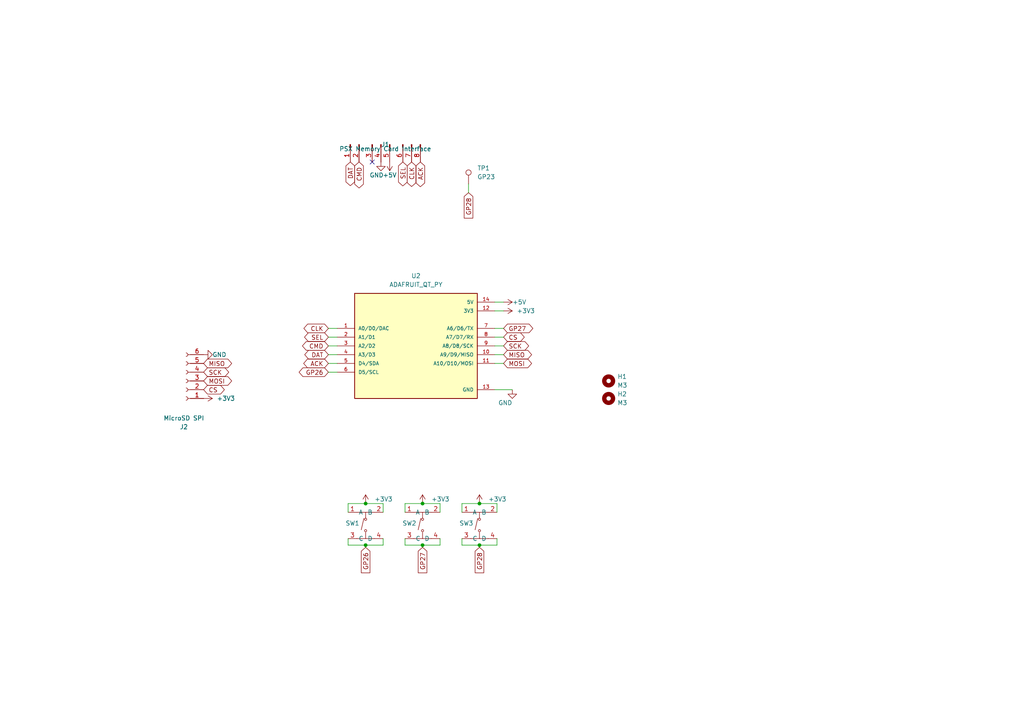
<source format=kicad_sch>
(kicad_sch (version 20230121) (generator eeschema)
  (paper "A4")
  (title_block (title "QT PY RP2040 PicoMemcard") (date "2023-08-27") (rev "1.0") (company "All Around Electronics, LLC."))
  (lib_symbols
    (symbol "ADAFRUIT_QT_PY:ADAFRUIT_QT_PY" (pin_names (offset 1.016))
      (property "Reference" "U" (at -17.78 16.002 0))
      (property "Value" "ADAFRUIT_QT_PY" (at -17.78 -17.78 0))
      (symbol "ADAFRUIT_QT_PY_0_0"
        (rectangle (start -17.78 15.24) (end 17.78 -15.24) (stroke (width 0.254)) (fill (type background)))
        (pin bidirectional line (at -22.86 5.08 0) (length 5.08) (name "A0/D0/DAC") (number "1"))
        (pin bidirectional line (at 22.86 -2.54 180) (length 5.08) (name "A9/D9/MISO") (number "10"))
        (pin bidirectional line (at 22.86 -5.08 180) (length 5.08) (name "A10/D10/MOSI") (number "11"))
        (pin power_in line (at 22.86 10.16 180) (length 5.08) (name "3V3") (number "12"))
        (pin power_in line (at 22.86 -12.7 180) (length 5.08) (name "GND") (number "13"))
        (pin power_in line (at 22.86 12.7 180) (length 5.08) (name "5V") (number "14"))
        (pin bidirectional line (at -22.86 2.54 0) (length 5.08) (name "A1/D1") (number "2"))
        (pin bidirectional line (at -22.86 0 0) (length 5.08) (name "A2/D2") (number "3"))
        (pin bidirectional line (at -22.86 -2.54 0) (length 5.08) (name "A3/D3") (number "4"))
        (pin bidirectional line (at -22.86 -5.08 0) (length 5.08) (name "D4/SDA") (number "5"))
        (pin bidirectional line (at -22.86 -7.62 0) (length 5.08) (name "D5/SCL") (number "6"))
        (pin bidirectional line (at 22.86 5.08 180) (length 5.08) (name "A6/D6/TX") (number "7"))
        (pin bidirectional line (at 22.86 2.54 180) (length 5.08) (name "A7/D7/RX") (number "8"))
        (pin bidirectional line (at 22.86 0 180) (length 5.08) (name "A8/D8/SCK") (number "9"))
      )
    )
    (symbol "Connector:Conn_01x06_Female" (pin_names (offset 1.016) hide)
      (property "Reference" "J" (at 0 7.62 0))
      (property "Value" "Conn_01x06_Female" (at 0 -10.16 0))
      (symbol "Conn_01x06_Female_1_1"
        (arc (start 0 -7.112) (mid -0.5058 -7.62) (end 0 -8.128) (stroke (width 0.1524)))
        (arc (start 0 -4.572) (mid -0.5058 -5.08) (end 0 -5.588) (stroke (width 0.1524)))
        (arc (start 0 -2.032) (mid -0.5058 -2.54) (end 0 -3.048) (stroke (width 0.1524)))
        (polyline (pts (xy -1.27 -7.62) (xy -0.508 -7.62)) (stroke (width 0.1524)))
        (polyline (pts (xy -1.27 -5.08) (xy -0.508 -5.08)) (stroke (width 0.1524)))
        (polyline (pts (xy -1.27 -2.54) (xy -0.508 -2.54)) (stroke (width 0.1524)))
        (polyline (pts (xy -1.27 0) (xy -0.508 0)) (stroke (width 0.1524)))
        (polyline (pts (xy -1.27 2.54) (xy -0.508 2.54)) (stroke (width 0.1524)))
        (polyline (pts (xy -1.27 5.08) (xy -0.508 5.08)) (stroke (width 0.1524)))
        (arc (start 0 0.508) (mid -0.5058 0) (end 0 -0.508) (stroke (width 0.1524)))
        (arc (start 0 3.048) (mid -0.5058 2.54) (end 0 2.032) (stroke (width 0.1524)))
        (arc (start 0 5.588) (mid -0.5058 5.08) (end 0 4.572) (stroke (width 0.1524)))
        (pin passive line (at -5.08 5.08 0) (length 3.81) (name "Pin_1") (number "1"))
        (pin passive line (at -5.08 2.54 0) (length 3.81) (name "Pin_2") (number "2"))
        (pin passive line (at -5.08 0 0) (length 3.81) (name "Pin_3") (number "3"))
        (pin passive line (at -5.08 -2.54 0) (length 3.81) (name "Pin_4") (number "4"))
        (pin passive line (at -5.08 -5.08 0) (length 3.81) (name "Pin_5") (number "5"))
        (pin passive line (at -5.08 -7.62 0) (length 3.81) (name "Pin_6") (number "6"))
      )
    )
    (symbol "Connector:Conn_01x08_Male" (pin_names (offset 1.016) hide)
      (property "Reference" "J1" (at 0 1.27 90))
      (property "Value" "PSX Memory Card Interface" (at 1.27 1.27 90))
      (symbol "Conn_01x08_Male_1_1"
        (polyline (pts (xy 1.27 -8.89) (xy 0.8636 -8.89)) (stroke (width 0.1524)))
        (polyline (pts (xy 1.27 -6.35) (xy 0.8636 -6.35)) (stroke (width 0.1524)))
        (polyline (pts (xy 1.27 -2.54) (xy 0.8636 -2.54)) (stroke (width 0.1524)))
        (polyline (pts (xy 1.27 0) (xy 0.8636 0)) (stroke (width 0.1524)))
        (polyline (pts (xy 1.27 2.54) (xy 0.8636 2.54)) (stroke (width 0.1524)))
        (polyline (pts (xy 1.27 6.35) (xy 0.8636 6.35)) (stroke (width 0.1524)))
        (polyline (pts (xy 1.27 8.89) (xy 0.8636 8.89)) (stroke (width 0.1524)))
        (polyline (pts (xy 1.27 11.43) (xy 0.8636 11.43)) (stroke (width 0.1524)))
        (rectangle (start 0.8636 -8.763) (end 0 -9.017) (stroke (width 0.1524)) (fill (type outline)))
        (rectangle (start 0.8636 -6.223) (end 0 -6.477) (stroke (width 0.1524)) (fill (type outline)))
        (rectangle (start 0.8636 -2.413) (end 0 -2.667) (stroke (width 0.1524)) (fill (type outline)))
        (rectangle (start 0.8636 0.127) (end 0 -0.127) (stroke (width 0.1524)) (fill (type outline)))
        (rectangle (start 0.8636 2.667) (end 0 2.413) (stroke (width 0.1524)) (fill (type outline)))
        (rectangle (start 0.8636 6.477) (end 0 6.223) (stroke (width 0.1524)) (fill (type outline)))
        (rectangle (start 0.8636 9.017) (end 0 8.763) (stroke (width 0.1524)) (fill (type outline)))
        (rectangle (start 0.8636 11.557) (end 0 11.303) (stroke (width 0.1524)) (fill (type outline)))
        (pin tri_state line (at 5.08 -8.89 180) (length 3.81) (name "DAT") (number "1"))
        (pin output line (at 5.08 -6.35 180) (length 3.81) (name "CMD") (number "2"))
        (pin power_out line (at 5.08 -2.54 180) (length 3.81) (name "7.5V") (number "3"))
        (pin passive line (at 5.08 0 180) (length 3.81) (name "GND") (number "4"))
        (pin power_out line (at 5.08 2.54 180) (length 3.81) (name "5V") (number "5"))
        (pin output line (at 5.08 6.35 180) (length 3.81) (name "SEL") (number "6"))
        (pin output line (at 5.08 8.89 180) (length 3.81) (name "CLK") (number "7"))
        (pin output line (at 5.08 11.43 180) (length 3.81) (name "ACK") (number "8"))
      )
    )
    (symbol "Connector:TestPoint" (pin_numbers hide) (pin_names (offset 0.762) hide)
      (property "Reference" "TP" (at 0 6.858 0))
      (property "Value" "TestPoint" (at 0 5.08 0))
      (symbol "TestPoint_0_1"
        (circle (center 0 3.302) (radius 0.762))
      )
      (symbol "TestPoint_1_1"
        (pin passive line (at 0 0 90) (length 2.54) (name "1") (number "1"))
      )
    )
    (symbol "Mechanical:MountingHole" (pin_names (offset 1.016))
      (property "Reference" "H" (at 0 5.08 0))
      (property "Value" "MountingHole" (at 0 3.175 0))
      (symbol "MountingHole_0_1"
        (circle (center 0 0) (radius 1.27) (stroke (width 1.27)))
      )
    )
    (symbol "easyeda2kicad:TS-1187A-B-A-B"
      (property "Reference" "SW?" (at 0 7.62 0))
      (property "Value" "TS-1187A-B-A-B" (at 0 -10.16 0))
      (symbol "TS-1187A-B-A-B_0_1"
        (circle (center 0 -2.79) (radius 0.32))
        (polyline (pts (xy -2.54 -5.08) (xy 2.54 -5.08)))
        (polyline (pts (xy -2.54 2.54) (xy 2.54 2.54)))
        (polyline (pts (xy -0.51 0.76) (xy -1.27 -2.54)))
        (polyline (pts (xy 0 -3.3) (xy 0 -5.08)))
        (polyline (pts (xy 0 0.76) (xy 0 2.54)))
        (circle (center 0 0.51) (radius 0.32))
        (pin passive line (at -5.08 2.54 0) (length 2.54) (name "A") (number "1"))
        (pin passive line (at 5.08 2.54 180) (length 2.54) (name "B") (number "2"))
        (pin passive line (at -5.08 -5.08 0) (length 2.54) (name "C") (number "3"))
        (pin passive line (at 5.08 -5.08 180) (length 2.54) (name "D") (number "4"))
      )
    )
    (symbol "power:+3.3V" (power) (pin_names (offset 0))
      (property "Value" "+3.3V" (at 0 3.556 0))
      (symbol "+3.3V_0_1"
        (polyline (pts (xy -0.762 1.27) (xy 0 2.54)))
        (polyline (pts (xy 0 0) (xy 0 2.54)))
        (polyline (pts (xy 0 2.54) (xy 0.762 1.27)))
      )
      (symbol "+3.3V_1_1"
        (pin power_in line (at 0 0 90) (length 0) hide (name "+3V3") (number "1"))
      )
    )
    (symbol "power:+5V" (power) (pin_names (offset 0))
      (property "Value" "+5V" (at 0 3.556 0))
      (symbol "+5V_0_1"
        (polyline (pts (xy -0.762 1.27) (xy 0 2.54)))
        (polyline (pts (xy 0 0) (xy 0 2.54)))
        (polyline (pts (xy 0 2.54) (xy 0.762 1.27)))
      )
      (symbol "+5V_1_1"
        (pin power_in line (at 0 0 90) (length 0) hide (name "+5V") (number "1"))
      )
    )
    (symbol "power:GND" (power) (pin_names (offset 0))
      (property "Value" "GND" (at 0 -3.81 0))
      (symbol "GND_0_1"
        (polyline (pts (xy 0 0) (xy 0 -1.27) (xy 1.27 -1.27) (xy 0 -2.54) (xy -1.27 -1.27) (xy 0 -1.27)))
      )
      (symbol "GND_1_1"
        (pin power_in line (at 0 0 270) (length 0) hide (name "GND") (number "1"))
      )
    )
  )
  (junction (at 106.045 146.05))
  (junction (at 139.065 146.05))
  (junction (at 122.555 158.115))
  (junction (at 122.555 146.05))
  (junction (at 139.065 158.115))
  (junction (at 106.045 158.115))
  (no_connect (at 107.95 46.99))
  (wire (pts (xy 143.51 90.17) (xy 146.05 90.17)))
  (wire (pts (xy 95.25 105.41) (xy 97.79 105.41)))
  (wire (pts (xy 144.145 158.115) (xy 144.145 156.21)))
  (wire (pts (xy 122.555 158.115) (xy 122.555 158.75)))
  (wire (pts (xy 95.25 95.25) (xy 97.79 95.25)))
  (wire (pts (xy 139.065 158.115) (xy 144.145 158.115)))
  (wire (pts (xy 117.475 146.05) (xy 122.555 146.05)))
  (wire (pts (xy 106.045 146.05) (xy 111.125 146.05)))
  (wire (pts (xy 143.51 95.25) (xy 146.05 95.25)))
  (wire (pts (xy 95.25 100.33) (xy 97.79 100.33)))
  (wire (pts (xy 106.045 158.115) (xy 106.045 158.75)))
  (wire (pts (xy 122.555 158.115) (xy 127.635 158.115)))
  (wire (pts (xy 144.145 146.05) (xy 144.145 148.59)))
  (wire (pts (xy 95.25 102.87) (xy 97.79 102.87)))
  (wire (pts (xy 143.51 97.79) (xy 146.05 97.79)))
  (wire (pts (xy 133.985 146.05) (xy 139.065 146.05)))
  (wire (pts (xy 122.555 146.05) (xy 127.635 146.05)))
  (wire (pts (xy 100.965 158.115) (xy 106.045 158.115)))
  (wire (pts (xy 95.25 97.79) (xy 97.79 97.79)))
  (wire (pts (xy 135.89 53.34) (xy 135.89 55.88)))
  (wire (pts (xy 111.125 158.115) (xy 111.125 156.21)))
  (wire (pts (xy 143.51 87.63) (xy 146.05 87.63)))
  (wire (pts (xy 117.475 148.59) (xy 117.475 146.05)))
  (wire (pts (xy 111.125 146.05) (xy 111.125 148.59)))
  (wire (pts (xy 143.51 100.33) (xy 146.05 100.33)))
  (wire (pts (xy 139.065 146.05) (xy 144.145 146.05)))
  (wire (pts (xy 127.635 146.05) (xy 127.635 148.59)))
  (wire (pts (xy 143.51 102.87) (xy 146.05 102.87)))
  (wire (pts (xy 95.25 107.95) (xy 97.79 107.95)))
  (wire (pts (xy 100.965 156.21) (xy 100.965 158.115)))
  (wire (pts (xy 106.045 158.115) (xy 111.125 158.115)))
  (wire (pts (xy 133.985 158.115) (xy 139.065 158.115)))
  (wire (pts (xy 127.635 158.115) (xy 127.635 156.21)))
  (wire (pts (xy 139.065 158.115) (xy 139.065 158.75)))
  (wire (pts (xy 143.51 113.03) (xy 148.59 113.03)))
  (wire (pts (xy 143.51 105.41) (xy 146.05 105.41)))
  (wire (pts (xy 100.965 148.59) (xy 100.965 146.05)))
  (wire (pts (xy 133.985 156.21) (xy 133.985 158.115)))
  (wire (pts (xy 100.965 146.05) (xy 106.045 146.05)))
  (wire (pts (xy 133.985 148.59) (xy 133.985 146.05)))
  (wire (pts (xy 117.475 158.115) (xy 122.555 158.115)))
  (wire (pts (xy 117.475 156.21) (xy 117.475 158.115)))
  (global_label "MISO" (shape bidirectional) (at 59.055 105.41 0) (property "Intersheetrefs" "${INTERSHEET_REFS}" (effects hide)))
  (global_label "DAT" (shape bidirectional) (at 95.25 102.87 180) (property "Intersheetrefs" "${INTERSHEET_REFS}" (effects hide)))
  (global_label "MISO" (shape bidirectional) (at 146.05 102.87 0) (property "Intersheetrefs" "${INTERSHEET_REFS}" (effects hide)))
  (global_label "CS" (shape bidirectional) (at 59.055 113.03 0) (property "Intersheetrefs" "${INTERSHEET_REFS}" (effects hide)))
  (global_label "GP26" (shape bidirectional) (at 95.25 107.95 180) (property "Intersheetrefs" "${INTERSHEET_REFS}" (effects hide)))
  (global_label "GP27" (shape input) (at 122.555 158.75 270) (property "Intersheetrefs" "${INTERSHEET_REFS}" (effects hide)))
  (global_label "CLK" (shape bidirectional) (at 119.38 46.99 270) (property "Intersheetrefs" "${INTERSHEET_REFS}" (effects hide)))
  (global_label "CMD" (shape bidirectional) (at 104.14 46.99 270) (property "Intersheetrefs" "${INTERSHEET_REFS}" (effects hide)))
  (global_label "ACK" (shape bidirectional) (at 121.92 46.99 270) (property "Intersheetrefs" "${INTERSHEET_REFS}" (effects hide)))
  (global_label "CMD" (shape bidirectional) (at 95.25 100.33 180) (property "Intersheetrefs" "${INTERSHEET_REFS}" (effects hide)))
  (global_label "SCK" (shape bidirectional) (at 59.055 107.95 0) (property "Intersheetrefs" "${INTERSHEET_REFS}" (effects hide)))
  (global_label "GP26" (shape input) (at 106.045 158.75 270) (property "Intersheetrefs" "${INTERSHEET_REFS}" (effects hide)))
  (global_label "GP28" (shape input) (at 135.89 55.88 270) (property "Intersheetrefs" "${INTERSHEET_REFS}" (effects hide)))
  (global_label "MOSI" (shape bidirectional) (at 59.055 110.49 0) (property "Intersheetrefs" "${INTERSHEET_REFS}" (effects hide)))
  (global_label "DAT" (shape bidirectional) (at 101.6 46.99 270) (property "Intersheetrefs" "${INTERSHEET_REFS}" (effects hide)))
  (global_label "ACK" (shape bidirectional) (at 95.25 105.41 180) (property "Intersheetrefs" "${INTERSHEET_REFS}" (effects hide)))
  (global_label "MOSI" (shape bidirectional) (at 146.05 105.41 0) (property "Intersheetrefs" "${INTERSHEET_REFS}" (effects hide)))
  (global_label "SEL" (shape bidirectional) (at 116.84 46.99 270) (property "Intersheetrefs" "${INTERSHEET_REFS}" (effects hide)))
  (global_label "GP27" (shape bidirectional) (at 146.05 95.25 0) (property "Intersheetrefs" "${INTERSHEET_REFS}" (effects hide)))
  (global_label "SEL" (shape bidirectional) (at 95.25 97.79 180) (property "Intersheetrefs" "${INTERSHEET_REFS}" (effects hide)))
  (global_label "GP28" (shape input) (at 139.065 158.75 270) (property "Intersheetrefs" "${INTERSHEET_REFS}" (effects hide)))
  (global_label "SCK" (shape bidirectional) (at 146.05 100.33 0) (property "Intersheetrefs" "${INTERSHEET_REFS}" (effects hide)))
  (global_label "CLK" (shape bidirectional) (at 95.25 95.25 180) (property "Intersheetrefs" "${INTERSHEET_REFS}" (effects hide)))
  (global_label "CS" (shape bidirectional) (at 146.05 97.79 0) (property "Intersheetrefs" "${INTERSHEET_REFS}" (effects hide)))
  (symbol (lib_id "easyeda2kicad:TS-1187A-B-A-B") (at 122.555 151.13 0) (unit 1)
    (property "Reference" "SW2" (at 118.745 151.765 0))
    (property "Value" "TS-1187A-B-A-B" (effects hide))
    (property "Footprint" "easyeda2kicad:SW-SMD_4P-L5.1-W5.1-P3.70-LS6.5-TL-2" (effects hide))
    (property "Datasheet" "https://lcsc.com/product-detail/Tactile-Switches_XKB-Enterprise-TS-1187-B-A-A_C318884.html" (effects hide))
    (property "Manufacturer" "XKB Enterprise" (effects hide))
    (property "LCSC Part" "C318884" (effects hide))
    (property "JLC Part" "Basic Part" (effects hide))
  )
  (symbol (lib_id "power:GND") (at 59.055 102.87 90) (unit 1)
    (property "Reference" "#PWR01" (effects hide))
    (property "Value" "GND" (at 61.595 102.87 90) (effects (justify right)))
  )
  (symbol (lib_id "Mechanical:MountingHole") (at 176.53 115.57 0) (unit 1)
    (property "Reference" "H2" (at 179.07 114.2999 0) (effects (justify left)))
    (property "Value" "M3" (at 179.07 116.8399 0) (effects (justify left)))
    (property "Footprint" "MountingHole:MountingHole_3.2mm_M3" (effects hide))
  )
  (symbol (lib_id "power:GND") (at 110.49 46.99 0) (unit 1)
    (property "Reference" "#PWR0102" (effects hide))
    (property "Value" "GND" (at 109.22 50.8 0))
  )
  (symbol (lib_id "power:+5V") (at 113.03 46.99 180) (unit 1)
    (property "Reference" "#PWR0104" (effects hide))
    (property "Value" "+5V" (at 113.03 50.8 0))
  )
  (symbol (lib_id "Connector:TestPoint") (at 135.89 53.34 0) (unit 1)
    (property "Reference" "TP1" (at 138.43 48.768 0) (effects (justify left)))
    (property "Value" "GP23" (at 138.43 51.308 0) (effects (justify left)))
    (property "Footprint" "TestPoint:TestPoint_Pad_D2.0mm" (effects hide))
  )
  (symbol (lib_id "ADAFRUIT_QT_PY:ADAFRUIT_QT_PY") (at 120.65 100.33 0) (unit 1)
    (property "Reference" "U2" (at 120.65 80.01 0))
    (property "Value" "ADAFRUIT_QT_PY" (at 120.65 82.55 0))
    (property "Footprint" "QTPY:MODULE_ADAFRUIT_QT_PY" (effects hide))
    (property "PARTREV" "2022-12-12" (effects hide))
    (property "SNAPEDA_PN" "Adafruit QT Py" (effects hide))
    (property "MANUFACTURER" "Adafruit Industries" (effects hide))
    (property "MAXIMUM_PACKAGE_HEIGHT" "6.28 mm" (effects hide))
    (property "STANDARD" "IPC-7351B" (effects hide))
  )
  (symbol (lib_id "Connector:Conn_01x06_Female") (at 53.975 110.49 180) (unit 1)
    (property "Reference" "J2" (at 53.34 123.825 0))
    (property "Value" "MicroSD SPI" (at 53.34 121.285 0))
    (property "Footprint" "254:MicroSD_SPI_small" (effects hide))
  )
  (symbol (lib_id "power:+5V") (at 146.05 87.63 270) (unit 1)
    (property "Reference" "#PWR0103" (effects hide))
    (property "Value" "+5V" (at 148.59 87.63 90) (effects (justify left)))
  )
  (symbol (lib_id "power:+3.3V") (at 122.555 146.05 0) (unit 1)
    (property "Reference" "#PWR03" (effects hide))
    (property "Value" "+3.3V" (at 125.095 144.7799 0) (effects (justify left)))
  )
  (symbol (lib_id "power:+3.3V") (at 59.055 115.57 270) (unit 1)
    (property "Reference" "#PWR0105" (effects hide))
    (property "Value" "+3.3V" (at 62.865 115.5699 90) (effects (justify left)))
  )
  (symbol (lib_id "Connector:Conn_01x08_Male") (at 110.49 41.91 270) (unit 1)
    (property "Reference" "J1" (at 111.76 41.91 90))
    (property "Value" "PSX Memory Card Interface" (at 111.76 43.18 90))
    (property "Footprint" "254:MemoryCardConnector" (effects hide))
  )
  (symbol (lib_id "power:+3.3V") (at 106.045 146.05 0) (unit 1)
    (property "Reference" "#PWR02" (effects hide))
    (property "Value" "+3.3V" (at 108.585 144.7799 0) (effects (justify left)))
  )
  (symbol (lib_id "easyeda2kicad:TS-1187A-B-A-B") (at 139.065 151.13 0) (unit 1)
    (property "Reference" "SW3" (at 135.255 151.765 0))
    (property "Value" "TS-1187A-B-A-B" (effects hide))
    (property "Footprint" "easyeda2kicad:SW-SMD_4P-L5.1-W5.1-P3.70-LS6.5-TL-2" (effects hide))
    (property "Datasheet" "https://lcsc.com/product-detail/Tactile-Switches_XKB-Enterprise-TS-1187-B-A-A_C318884.html" (effects hide))
    (property "Manufacturer" "XKB Enterprise" (effects hide))
    (property "LCSC Part" "C318884" (effects hide))
    (property "JLC Part" "Basic Part" (effects hide))
  )
  (symbol (lib_id "Mechanical:MountingHole") (at 176.53 110.49 0) (unit 1)
    (property "Reference" "H1" (at 179.07 109.2199 0) (effects (justify left)))
    (property "Value" "M3" (at 179.07 111.7599 0) (effects (justify left)))
    (property "Footprint" "MountingHole:MountingHole_3.2mm_M3" (effects hide))
  )
  (symbol (lib_id "easyeda2kicad:TS-1187A-B-A-B") (at 106.045 151.13 0) (unit 1)
    (property "Reference" "SW1" (at 102.235 151.765 0))
    (property "Value" "TS-1187A-B-A-B" (effects hide))
    (property "Footprint" "easyeda2kicad:SW-SMD_4P-L5.1-W5.1-P3.70-LS6.5-TL-2" (effects hide))
    (property "Datasheet" "https://lcsc.com/product-detail/Tactile-Switches_XKB-Enterprise-TS-1187-B-A-A_C318884.html" (effects hide))
    (property "Manufacturer" "XKB Enterprise" (effects hide))
    (property "LCSC Part" "C318884" (effects hide))
    (property "JLC Part" "Basic Part" (effects hide))
  )
  (symbol (lib_id "power:+3.3V") (at 146.05 90.17 270) (unit 1)
    (property "Reference" "#PWR0106" (effects hide))
    (property "Value" "+3.3V" (at 149.86 90.1699 90) (effects (justify left)))
  )
  (symbol (lib_id "power:GND") (at 148.59 113.03 0) (unit 1)
    (property "Reference" "#PWR0101" (effects hide))
    (property "Value" "GND" (at 148.59 116.84 0) (effects (justify right)))
  )
  (symbol (lib_id "power:+3.3V") (at 139.065 146.05 0) (unit 1)
    (property "Reference" "#PWR04" (effects hide))
    (property "Value" "+3.3V" (at 141.605 144.7799 0) (effects (justify left)))
  )
)
</source>
